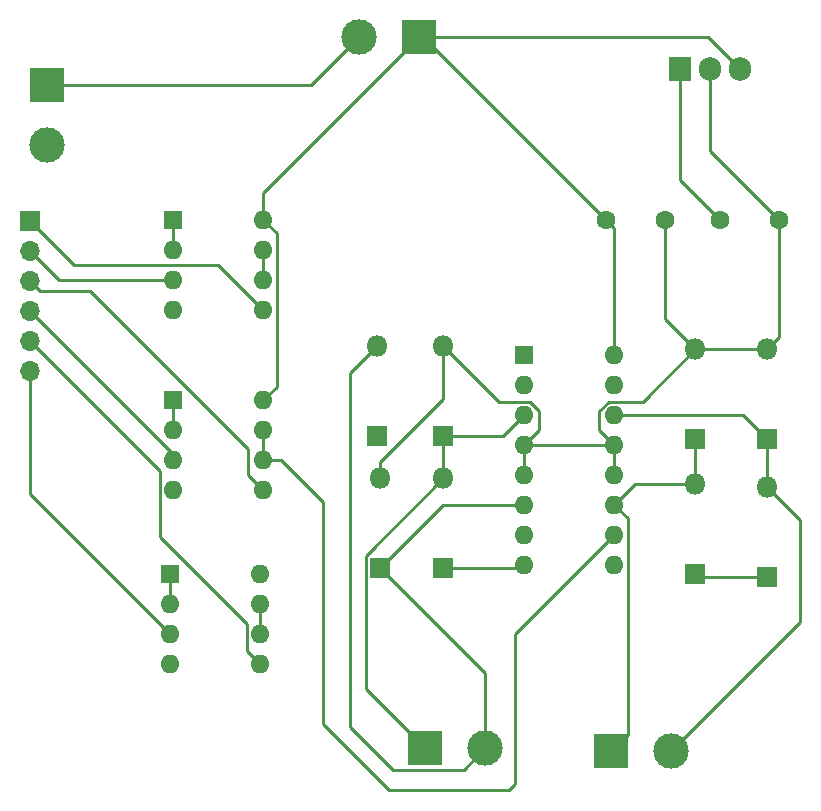
<source format=gbr>
%TF.GenerationSoftware,KiCad,Pcbnew,7.0.2*%
%TF.CreationDate,2023-10-11T17:53:06-05:00*%
%TF.ProjectId,motor_driver,6d6f746f-725f-4647-9269-7665722e6b69,rev?*%
%TF.SameCoordinates,Original*%
%TF.FileFunction,Copper,L1,Top*%
%TF.FilePolarity,Positive*%
%FSLAX46Y46*%
G04 Gerber Fmt 4.6, Leading zero omitted, Abs format (unit mm)*
G04 Created by KiCad (PCBNEW 7.0.2) date 2023-10-11 17:53:06*
%MOMM*%
%LPD*%
G01*
G04 APERTURE LIST*
%TA.AperFunction,ComponentPad*%
%ADD10R,1.600000X1.600000*%
%TD*%
%TA.AperFunction,ComponentPad*%
%ADD11O,1.600000X1.600000*%
%TD*%
%TA.AperFunction,ComponentPad*%
%ADD12R,1.905000X2.000000*%
%TD*%
%TA.AperFunction,ComponentPad*%
%ADD13O,1.905000X2.000000*%
%TD*%
%TA.AperFunction,ComponentPad*%
%ADD14R,3.000000X3.000000*%
%TD*%
%TA.AperFunction,ComponentPad*%
%ADD15C,3.000000*%
%TD*%
%TA.AperFunction,ComponentPad*%
%ADD16R,1.700000X1.700000*%
%TD*%
%TA.AperFunction,ComponentPad*%
%ADD17O,1.700000X1.700000*%
%TD*%
%TA.AperFunction,ComponentPad*%
%ADD18R,1.800000X1.800000*%
%TD*%
%TA.AperFunction,ComponentPad*%
%ADD19O,1.800000X1.800000*%
%TD*%
%TA.AperFunction,ComponentPad*%
%ADD20C,1.600000*%
%TD*%
%TA.AperFunction,Conductor*%
%ADD21C,0.250000*%
%TD*%
G04 APERTURE END LIST*
D10*
%TO.P,U5,1*%
%TO.N,Net-(U1-4A)*%
X90668000Y-58410000D03*
D11*
%TO.P,U5,2,-*%
X90668000Y-60950000D03*
%TO.P,U5,3,+*%
%TO.N,M2_D2*%
X90668000Y-63490000D03*
%TO.P,U5,4,V-*%
%TO.N,GND*%
X90668000Y-66030000D03*
%TO.P,U5,5,+*%
%TO.N,M2_SPEED*%
X98288000Y-66030000D03*
%TO.P,U5,6,-*%
%TO.N,Net-(U1-EN3\u002C4)*%
X98288000Y-63490000D03*
%TO.P,U5,7*%
X98288000Y-60950000D03*
%TO.P,U5,8,V+*%
%TO.N,+5V*%
X98288000Y-58410000D03*
%TD*%
D10*
%TO.P,U4,1*%
%TO.N,Net-(U1-EN1\u002C2)*%
X90678000Y-73660000D03*
D11*
%TO.P,U4,2,-*%
X90678000Y-76200000D03*
%TO.P,U4,3,+*%
%TO.N,M1_SPEED*%
X90678000Y-78740000D03*
%TO.P,U4,4,V-*%
%TO.N,GND*%
X90678000Y-81280000D03*
%TO.P,U4,5,+*%
%TO.N,M2_D1*%
X98298000Y-81280000D03*
%TO.P,U4,6,-*%
%TO.N,Net-(U1-3A)*%
X98298000Y-78740000D03*
%TO.P,U4,7*%
X98298000Y-76200000D03*
%TO.P,U4,8,V+*%
%TO.N,+5V*%
X98298000Y-73660000D03*
%TD*%
D10*
%TO.P,U3,1*%
%TO.N,Net-(U1-1A)*%
X90424000Y-88392000D03*
D11*
%TO.P,U3,2,-*%
X90424000Y-90932000D03*
%TO.P,U3,3,+*%
%TO.N,M1_D1*%
X90424000Y-93472000D03*
%TO.P,U3,4,V-*%
%TO.N,GND*%
X90424000Y-96012000D03*
%TO.P,U3,5,+*%
%TO.N,M1_D2*%
X98044000Y-96012000D03*
%TO.P,U3,6,-*%
%TO.N,Net-(U1-2A)*%
X98044000Y-93472000D03*
%TO.P,U3,7*%
X98044000Y-90932000D03*
%TO.P,U3,8,V+*%
%TO.N,+5V*%
X98044000Y-88392000D03*
%TD*%
D12*
%TO.P,U2,1,IN*%
%TO.N,VCC*%
X133604000Y-45649000D03*
D13*
%TO.P,U2,2,GND*%
%TO.N,GND*%
X136144000Y-45649000D03*
%TO.P,U2,3,OUT*%
%TO.N,+5V*%
X138684000Y-45649000D03*
%TD*%
D10*
%TO.P,U1,1,EN1\u002C2*%
%TO.N,Net-(U1-EN1\u002C2)*%
X120396000Y-69850000D03*
D11*
%TO.P,U1,2,1A*%
%TO.N,Net-(U1-1A)*%
X120396000Y-72390000D03*
%TO.P,U1,3,1Y*%
%TO.N,Net-(D3-K)*%
X120396000Y-74930000D03*
%TO.P,U1,4,GND*%
%TO.N,GND*%
X120396000Y-77470000D03*
%TO.P,U1,5,GND*%
X120396000Y-80010000D03*
%TO.P,U1,6,2Y*%
%TO.N,Net-(D5-K)*%
X120396000Y-82550000D03*
%TO.P,U1,7,2A*%
%TO.N,Net-(U1-2A)*%
X120396000Y-85090000D03*
%TO.P,U1,8,VCC2*%
%TO.N,VCC*%
X120396000Y-87630000D03*
%TO.P,U1,9,EN3\u002C4*%
%TO.N,Net-(U1-EN3\u002C4)*%
X128016000Y-87630000D03*
%TO.P,U1,10,3A*%
%TO.N,Net-(U1-3A)*%
X128016000Y-85090000D03*
%TO.P,U1,11,3Y*%
%TO.N,Net-(D11-K)*%
X128016000Y-82550000D03*
%TO.P,U1,12,GND*%
%TO.N,GND*%
X128016000Y-80010000D03*
%TO.P,U1,13,GND*%
X128016000Y-77470000D03*
%TO.P,U1,14,4Y*%
%TO.N,Net-(D10-A)*%
X128016000Y-74930000D03*
%TO.P,U1,15,4A*%
%TO.N,Net-(U1-4A)*%
X128016000Y-72390000D03*
%TO.P,U1,16,VCC1*%
%TO.N,+5V*%
X128016000Y-69850000D03*
%TD*%
D14*
%TO.P,J5,1,Pin_1*%
%TO.N,+5V*%
X111506000Y-42926000D03*
D15*
%TO.P,J5,2,Pin_2*%
%TO.N,GND*%
X106426000Y-42926000D03*
%TD*%
D16*
%TO.P,J4,1,Pin_1*%
%TO.N,M2_SPEED*%
X78511000Y-58445000D03*
D17*
%TO.P,J4,2,Pin_2*%
%TO.N,M2_D2*%
X78511000Y-60985000D03*
%TO.P,J4,3,Pin_3*%
%TO.N,M2_D1*%
X78511000Y-63525000D03*
%TO.P,J4,4,Pin_4*%
%TO.N,M1_SPEED*%
X78511000Y-66065000D03*
%TO.P,J4,5,Pin_5*%
%TO.N,M1_D2*%
X78511000Y-68605000D03*
%TO.P,J4,6,Pin_6*%
%TO.N,M1_D1*%
X78511000Y-71145000D03*
%TD*%
D14*
%TO.P,J3,1,Pin_1*%
%TO.N,Net-(D11-K)*%
X127762000Y-103378000D03*
D15*
%TO.P,J3,2,Pin_2*%
%TO.N,Net-(D10-A)*%
X132842000Y-103378000D03*
%TD*%
D14*
%TO.P,J2,1,Pin_1*%
%TO.N,Net-(D3-K)*%
X112014000Y-103124000D03*
D15*
%TO.P,J2,2,Pin_2*%
%TO.N,Net-(D5-K)*%
X117094000Y-103124000D03*
%TD*%
D14*
%TO.P,J1,1,Pin_1*%
%TO.N,GND*%
X80010000Y-46990000D03*
D15*
%TO.P,J1,2,Pin_2*%
%TO.N,VCC*%
X80010000Y-52070000D03*
%TD*%
D18*
%TO.P,D12,1,K*%
%TO.N,Net-(D10-A)*%
X140970000Y-76962000D03*
D19*
%TO.P,D12,2,A*%
%TO.N,GND*%
X140970000Y-69342000D03*
%TD*%
%TO.P,D11,2,A*%
%TO.N,GND*%
X134874000Y-69342000D03*
D18*
%TO.P,D11,1,K*%
%TO.N,Net-(D11-K)*%
X134874000Y-76962000D03*
%TD*%
%TO.P,D10,1,K*%
%TO.N,VCC*%
X140970000Y-88646000D03*
D19*
%TO.P,D10,2,A*%
%TO.N,Net-(D10-A)*%
X140970000Y-81026000D03*
%TD*%
%TO.P,D9,2,A*%
%TO.N,Net-(D11-K)*%
X134874000Y-80772000D03*
D18*
%TO.P,D9,1,K*%
%TO.N,VCC*%
X134874000Y-88392000D03*
%TD*%
%TO.P,D6,1,K*%
%TO.N,VCC*%
X107940000Y-76718000D03*
D19*
%TO.P,D6,2,A*%
%TO.N,Net-(D5-K)*%
X107940000Y-69098000D03*
%TD*%
D18*
%TO.P,D5,1,K*%
%TO.N,Net-(D5-K)*%
X108194000Y-87894000D03*
D19*
%TO.P,D5,2,A*%
%TO.N,GND*%
X108194000Y-80274000D03*
%TD*%
D18*
%TO.P,D4,1,K*%
%TO.N,VCC*%
X113528000Y-87894000D03*
D19*
%TO.P,D4,2,A*%
%TO.N,Net-(D3-K)*%
X113528000Y-80274000D03*
%TD*%
D18*
%TO.P,D3,1,K*%
%TO.N,Net-(D3-K)*%
X113528000Y-76718000D03*
D19*
%TO.P,D3,2,A*%
%TO.N,GND*%
X113528000Y-69098000D03*
%TD*%
D20*
%TO.P,C2,1*%
%TO.N,+5V*%
X127334000Y-58420000D03*
%TO.P,C2,2*%
%TO.N,GND*%
X132334000Y-58420000D03*
%TD*%
%TO.P,C1,1*%
%TO.N,VCC*%
X136986000Y-58420000D03*
%TO.P,C1,2*%
%TO.N,GND*%
X141986000Y-58420000D03*
%TD*%
D21*
%TO.N,Net-(U1-3A)*%
X119634000Y-106172000D02*
X119634000Y-93472000D01*
X108966000Y-106680000D02*
X119126000Y-106680000D01*
X119634000Y-93472000D02*
X128016000Y-85090000D01*
X103378000Y-101092000D02*
X108966000Y-106680000D01*
X119126000Y-106680000D02*
X119634000Y-106172000D01*
X103378000Y-82296000D02*
X103378000Y-101092000D01*
X99822000Y-78740000D02*
X103378000Y-82296000D01*
X98298000Y-78740000D02*
X99822000Y-78740000D01*
%TO.N,+5V*%
X128016000Y-59102000D02*
X127334000Y-58420000D01*
X111506000Y-42926000D02*
X135961000Y-42926000D01*
X135961000Y-42926000D02*
X138684000Y-45649000D01*
X128016000Y-69850000D02*
X128016000Y-59102000D01*
X98288000Y-56144000D02*
X111506000Y-42926000D01*
X98288000Y-58410000D02*
X98288000Y-56144000D01*
X127334000Y-58420000D02*
X111840000Y-42926000D01*
X111840000Y-42926000D02*
X111506000Y-42926000D01*
X98298000Y-73660000D02*
X99423000Y-72535000D01*
X99423000Y-72535000D02*
X99423000Y-59545000D01*
X99423000Y-59545000D02*
X98288000Y-58410000D01*
%TO.N,GND*%
X120396000Y-77470000D02*
X128016000Y-77470000D01*
%TO.N,Net-(D5-K)*%
X115269000Y-104949000D02*
X117094000Y-103124000D01*
X109267000Y-104949000D02*
X115269000Y-104949000D01*
X105664000Y-101346000D02*
X109267000Y-104949000D01*
X105664000Y-71374000D02*
X105664000Y-101346000D01*
X107940000Y-69098000D02*
X105664000Y-71374000D01*
%TO.N,GND*%
X108194000Y-78914000D02*
X108194000Y-80274000D01*
X113528000Y-73580000D02*
X108194000Y-78914000D01*
X113528000Y-69098000D02*
X113528000Y-73580000D01*
%TO.N,Net-(D3-K)*%
X106969000Y-86833000D02*
X113528000Y-80274000D01*
X112014000Y-103124000D02*
X106969000Y-98079000D01*
X106969000Y-98079000D02*
X106969000Y-86833000D01*
%TO.N,Net-(D5-K)*%
X117094000Y-96794000D02*
X108194000Y-87894000D01*
X117094000Y-103124000D02*
X117094000Y-96794000D01*
%TO.N,GND*%
X121666000Y-74609009D02*
X121666000Y-76200000D01*
X118235000Y-73805000D02*
X120861991Y-73805000D01*
X121666000Y-76200000D02*
X120396000Y-77470000D01*
X113528000Y-69098000D02*
X118235000Y-73805000D01*
X120861991Y-73805000D02*
X121666000Y-74609009D01*
X126746000Y-74609009D02*
X126746000Y-76200000D01*
X130411000Y-73805000D02*
X127550009Y-73805000D01*
X127550009Y-73805000D02*
X126746000Y-74609009D01*
X126746000Y-76200000D02*
X128016000Y-77470000D01*
X134874000Y-69342000D02*
X130411000Y-73805000D01*
X128016000Y-77470000D02*
X128016000Y-80010000D01*
X120396000Y-77470000D02*
X120396000Y-80010000D01*
%TO.N,VCC*%
X120132000Y-87894000D02*
X120396000Y-87630000D01*
X113528000Y-87894000D02*
X120132000Y-87894000D01*
%TO.N,Net-(D5-K)*%
X108194000Y-87894000D02*
X113538000Y-82550000D01*
X113538000Y-82550000D02*
X120396000Y-82550000D01*
%TO.N,Net-(D3-K)*%
X113528000Y-80274000D02*
X113528000Y-76718000D01*
X118608000Y-76718000D02*
X120396000Y-74930000D01*
X113528000Y-76718000D02*
X118608000Y-76718000D01*
%TO.N,Net-(U1-2A)*%
X98044000Y-90932000D02*
X98044000Y-93472000D01*
%TO.N,Net-(U1-3A)*%
X98298000Y-76200000D02*
X98298000Y-78740000D01*
%TO.N,Net-(U1-EN3\u002C4)*%
X98288000Y-60950000D02*
X98288000Y-63490000D01*
%TO.N,Net-(U1-4A)*%
X90668000Y-60950000D02*
X90668000Y-58410000D01*
%TO.N,Net-(U1-EN1\u002C2)*%
X90678000Y-76200000D02*
X90678000Y-73660000D01*
%TO.N,Net-(U1-1A)*%
X90424000Y-90932000D02*
X90424000Y-88392000D01*
%TO.N,M1_D1*%
X78511000Y-81559000D02*
X90424000Y-93472000D01*
X78511000Y-71145000D02*
X78511000Y-81559000D01*
%TO.N,M1_D2*%
X96919000Y-94887000D02*
X98044000Y-96012000D01*
X96919000Y-92601000D02*
X96919000Y-94887000D01*
X89553000Y-85235000D02*
X96919000Y-92601000D01*
X89553000Y-79647000D02*
X89553000Y-85235000D01*
X78511000Y-68605000D02*
X89553000Y-79647000D01*
%TO.N,M1_SPEED*%
X90678000Y-78232000D02*
X90678000Y-78740000D01*
X78511000Y-66065000D02*
X90678000Y-78232000D01*
%TO.N,M2_D1*%
X97028000Y-77760000D02*
X97028000Y-80010000D01*
X97028000Y-80010000D02*
X98298000Y-81280000D01*
X79361000Y-64375000D02*
X83643000Y-64375000D01*
X78511000Y-63525000D02*
X79361000Y-64375000D01*
X83643000Y-64375000D02*
X97028000Y-77760000D01*
%TO.N,M2_D2*%
X81016000Y-63490000D02*
X90668000Y-63490000D01*
X78511000Y-60985000D02*
X81016000Y-63490000D01*
%TO.N,M2_SPEED*%
X94488000Y-62230000D02*
X98288000Y-66030000D01*
X82296000Y-62230000D02*
X94488000Y-62230000D01*
X78511000Y-58445000D02*
X82296000Y-62230000D01*
%TO.N,Net-(D11-K)*%
X129141000Y-83675000D02*
X129141000Y-101999000D01*
X128016000Y-82550000D02*
X129141000Y-83675000D01*
X129141000Y-101999000D02*
X127762000Y-103378000D01*
%TO.N,VCC*%
X135128000Y-88646000D02*
X134874000Y-88392000D01*
X140970000Y-88646000D02*
X135128000Y-88646000D01*
%TO.N,Net-(D10-A)*%
X143764000Y-92456000D02*
X143764000Y-83820000D01*
X132842000Y-103378000D02*
X143764000Y-92456000D01*
X143764000Y-83820000D02*
X140970000Y-81026000D01*
%TO.N,Net-(D11-K)*%
X129794000Y-80772000D02*
X128016000Y-82550000D01*
X134874000Y-80772000D02*
X129794000Y-80772000D01*
%TO.N,Net-(D10-A)*%
X138938000Y-74930000D02*
X128016000Y-74930000D01*
X140970000Y-76962000D02*
X138938000Y-74930000D01*
X140970000Y-76962000D02*
X140970000Y-81026000D01*
%TO.N,Net-(D11-K)*%
X134874000Y-76962000D02*
X134874000Y-80772000D01*
%TO.N,GND*%
X132334000Y-66802000D02*
X134874000Y-69342000D01*
X132334000Y-58420000D02*
X132334000Y-66802000D01*
X134874000Y-69342000D02*
X140970000Y-69342000D01*
X141986000Y-68326000D02*
X141986000Y-58420000D01*
X140970000Y-69342000D02*
X141986000Y-68326000D01*
X136144000Y-52578000D02*
X141986000Y-58420000D01*
X136144000Y-45649000D02*
X136144000Y-52578000D01*
%TO.N,VCC*%
X133604000Y-55038000D02*
X136986000Y-58420000D01*
X133604000Y-45649000D02*
X133604000Y-55038000D01*
%TO.N,GND*%
X102362000Y-46990000D02*
X106426000Y-42926000D01*
X80010000Y-46990000D02*
X102362000Y-46990000D01*
%TD*%
M02*

</source>
